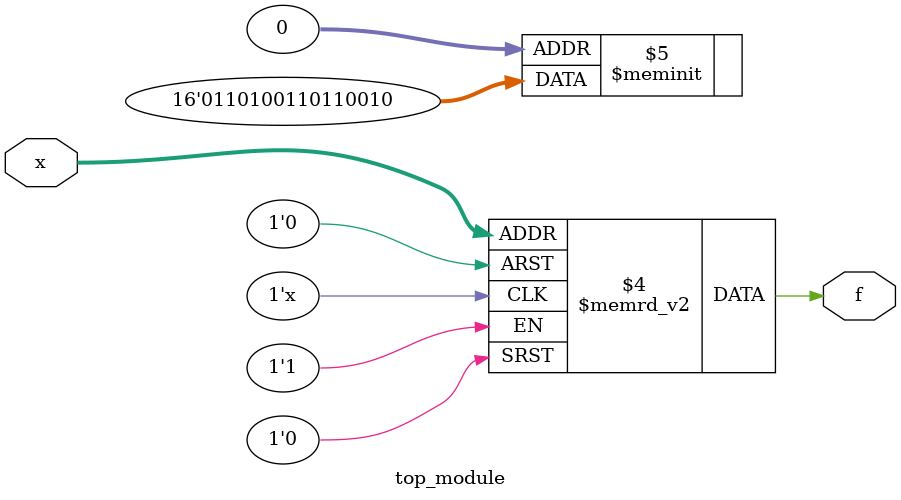
<source format=sv>
module top_module (
    input [4:1] x,
    output logic f
);

always_comb begin
    case (x)
        4'b0001, 4'b0111, 4'b1000, 4'b1101: f = 1'b1;
        4'b0010, 4'b0011, 4'b1010, 4'b1100: f = 1'b0;
        4'b0100, 4'b0101, 4'b1011, 4'b1110: f = 1'b1;
        default: f = 1'b0; // Use don't-care as 0
    endcase
end

endmodule

</source>
